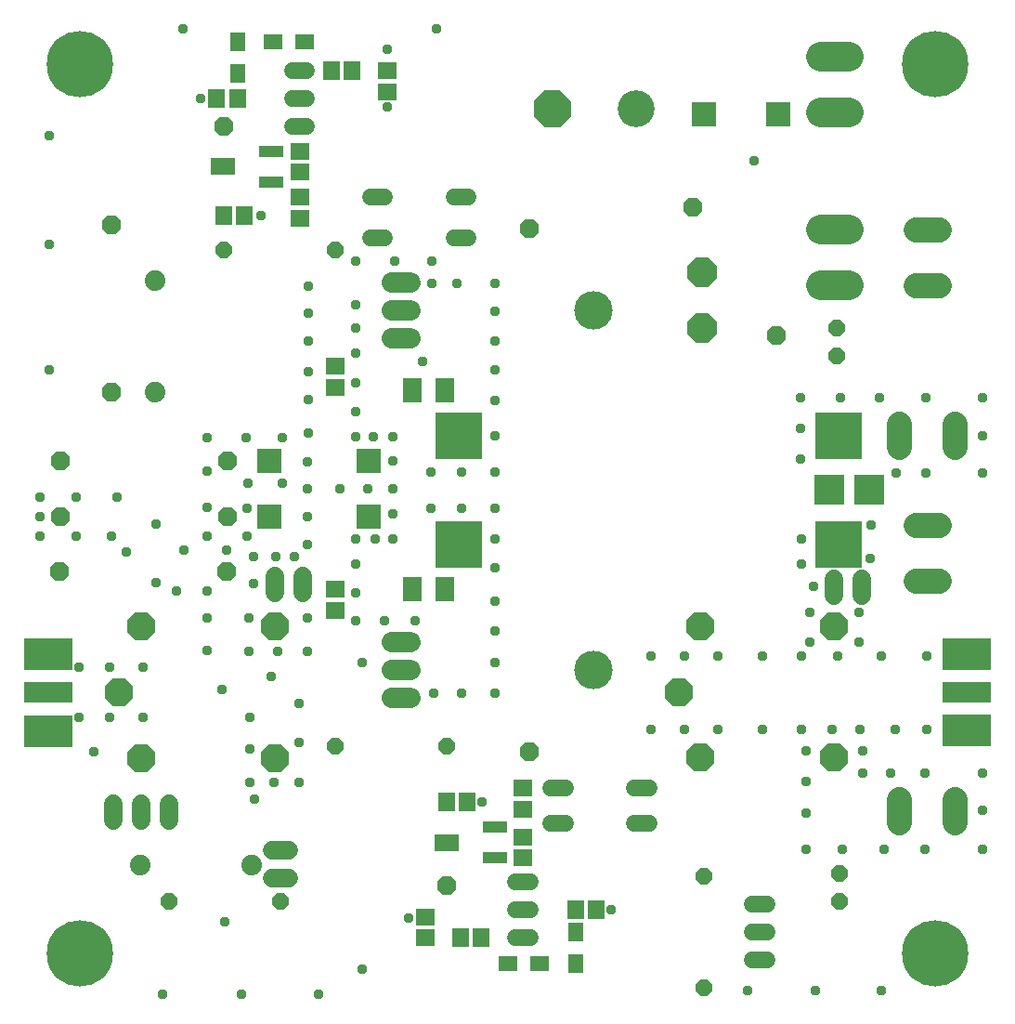
<source format=gbr>
G04 EAGLE Gerber RS-274X export*
G75*
%MOMM*%
%FSLAX34Y34*%
%LPD*%
%INSoldermask Top*%
%IPPOS*%
%AMOC8*
5,1,8,0,0,1.08239X$1,22.5*%
G01*
%ADD10R,1.703200X1.503200*%
%ADD11P,3.629037X8X202.500000*%
%ADD12C,3.352800*%
%ADD13R,1.503200X1.703200*%
%ADD14C,1.524000*%
%ADD15P,1.649562X8X292.500000*%
%ADD16P,1.649562X8X112.500000*%
%ADD17C,1.879600*%
%ADD18C,2.743200*%
%ADD19C,6.045200*%
%ADD20C,1.879600*%
%ADD21C,3.505200*%
%ADD22R,2.203200X1.103200*%
%ADD23R,2.203200X1.503200*%
%ADD24P,1.649562X8X202.500000*%
%ADD25P,1.649562X8X22.500000*%
%ADD26P,1.869504X8X22.500000*%
%ADD27P,1.869504X8X202.500000*%
%ADD28R,2.203200X2.203200*%
%ADD29R,4.203200X4.203200*%
%ADD30R,2.703200X2.703200*%
%ADD31R,4.394200X1.981200*%
%ADD32R,4.394200X2.870200*%
%ADD33C,2.298700*%
%ADD34R,1.703200X2.203200*%
%ADD35C,1.727200*%
%ADD36P,2.969212X8X292.500000*%
%ADD37R,1.703200X1.403200*%
%ADD38R,1.403200X1.703200*%
%ADD39P,2.817678X8X202.500000*%
%ADD40P,2.817678X8X22.500000*%
%ADD41P,1.869504X8X112.500000*%
%ADD42C,0.959600*%
%ADD43C,2.203200*%


D10*
X365125Y83160D03*
X365125Y64160D03*
D11*
X480695Y819785D03*
D12*
X556895Y819785D03*
D10*
X282575Y584810D03*
X282575Y565810D03*
X282575Y362610D03*
X282575Y381610D03*
D13*
X200000Y721995D03*
X181000Y721995D03*
X403200Y187960D03*
X384200Y187960D03*
D14*
X327914Y702310D02*
X314706Y702310D01*
X390906Y702310D02*
X404114Y702310D01*
D15*
X742315Y123190D03*
X742315Y97790D03*
D16*
X739775Y594360D03*
X739775Y619760D03*
D14*
X404114Y739140D02*
X390906Y739140D01*
X327914Y739140D02*
X314706Y739140D01*
X555371Y200660D02*
X568579Y200660D01*
X492379Y200660D02*
X479171Y200660D01*
X479171Y168910D02*
X492379Y168910D01*
X555371Y168910D02*
X568579Y168910D01*
D17*
X104775Y130810D03*
X206375Y130810D03*
D18*
X725805Y659130D02*
X751205Y659130D01*
X751205Y867410D02*
X725805Y867410D01*
X725805Y816610D02*
X751205Y816610D01*
X751205Y709930D02*
X725805Y709930D01*
D19*
X830000Y860000D03*
X830000Y50000D03*
X50000Y50000D03*
X50000Y860000D03*
D20*
X334518Y661035D02*
X351282Y661035D01*
X351282Y635635D02*
X334518Y635635D01*
X334518Y610235D02*
X351282Y610235D01*
D21*
X518160Y635635D03*
D20*
X351282Y334010D02*
X334518Y334010D01*
X334518Y308610D02*
X351282Y308610D01*
X351282Y283210D02*
X334518Y283210D01*
D21*
X518160Y308610D03*
D14*
X256794Y803275D02*
X243586Y803275D01*
X243586Y854075D02*
X256794Y854075D01*
X256794Y828675D02*
X243586Y828675D01*
X447421Y114935D02*
X460629Y114935D01*
X460629Y64135D02*
X447421Y64135D01*
X447421Y89535D02*
X460629Y89535D01*
D22*
X224565Y753080D03*
D23*
X180565Y767080D03*
D22*
X224565Y781080D03*
D10*
X454025Y200635D03*
X454025Y181635D03*
D22*
X428083Y137130D03*
D23*
X384083Y151130D03*
D22*
X428083Y165130D03*
D13*
X174650Y828675D03*
X193650Y828675D03*
D24*
X282575Y690880D03*
X180975Y690880D03*
D25*
X282575Y238760D03*
X384175Y238760D03*
D26*
X31747Y499110D03*
X184147Y499110D03*
D25*
X130810Y97155D03*
X232410Y97155D03*
D15*
X619125Y120015D03*
X619125Y18415D03*
D13*
X279425Y854075D03*
X298425Y854075D03*
D10*
X250190Y720115D03*
X250190Y739115D03*
D27*
X184150Y447675D03*
X31750Y447675D03*
D26*
X31684Y398203D03*
X184084Y398203D03*
D10*
X250190Y762025D03*
X250190Y781025D03*
X454025Y156185D03*
X454025Y137185D03*
D13*
X415900Y64135D03*
X396900Y64135D03*
D28*
X618610Y814705D03*
X686910Y814705D03*
D14*
X676529Y44450D02*
X663321Y44450D01*
X663321Y95250D02*
X676529Y95250D01*
X676529Y69850D02*
X663321Y69850D01*
D28*
X222250Y499110D03*
X222250Y448310D03*
X313050Y499110D03*
X313050Y448310D03*
D29*
X395325Y521885D03*
X741325Y521885D03*
X741325Y422885D03*
X395325Y422885D03*
D30*
X733425Y472385D03*
X769265Y472385D03*
D31*
X21154Y287658D03*
D32*
X21154Y322604D03*
X21154Y252712D03*
D31*
X858846Y287973D03*
D32*
X858846Y253027D03*
X858846Y322919D03*
D33*
X832803Y709295D02*
X811848Y709295D01*
X811848Y658495D02*
X832803Y658495D01*
X832803Y440055D02*
X811848Y440055D01*
X811848Y389255D02*
X832803Y389255D01*
X796925Y511500D02*
X796925Y532455D01*
X847725Y532455D02*
X847725Y511500D01*
X796608Y190183D02*
X796608Y169228D01*
X847408Y169228D02*
X847408Y190183D01*
D34*
X382916Y562707D03*
X352916Y562707D03*
X352665Y381635D03*
X382665Y381635D03*
D26*
X459740Y233680D03*
X459740Y710565D03*
D35*
X130810Y186055D02*
X130810Y170815D01*
X105410Y170815D02*
X105410Y186055D01*
X80010Y186055D02*
X80010Y170815D01*
D10*
X330200Y835050D03*
X330200Y854050D03*
D13*
X520675Y89535D03*
X501675Y89535D03*
D35*
X240030Y144145D02*
X224790Y144145D01*
X224790Y118745D02*
X240030Y118745D01*
D17*
X118110Y561340D03*
X118110Y662940D03*
D36*
X617220Y670560D03*
X617220Y619760D03*
D37*
X226165Y880428D03*
X255165Y880428D03*
D38*
X193675Y851640D03*
X193675Y880640D03*
D37*
X469160Y40640D03*
X440160Y40640D03*
D38*
X501968Y69428D03*
X501968Y40428D03*
D39*
X105438Y227685D03*
X105438Y347685D03*
D40*
X85438Y287685D03*
X227438Y227685D03*
X227438Y347685D03*
D39*
X615660Y228320D03*
X615660Y348320D03*
D40*
X595660Y288320D03*
X737660Y228320D03*
X737660Y348320D03*
D35*
X737553Y375920D02*
X737553Y391160D01*
X762953Y391160D02*
X762953Y375920D01*
X227330Y378460D02*
X227330Y393700D01*
X252730Y393700D02*
X252730Y378460D01*
D26*
X608330Y730250D03*
X684530Y613410D03*
X180975Y803275D03*
X384175Y111443D03*
D41*
X78740Y561340D03*
X78740Y713740D03*
D42*
X208915Y190500D03*
X771525Y440690D03*
X706755Y556260D03*
X743585Y556260D03*
X779145Y556260D03*
X821055Y556260D03*
X794385Y487680D03*
X706755Y500380D03*
X706755Y528320D03*
X708025Y321310D03*
X741045Y321310D03*
X780415Y321310D03*
X822325Y321310D03*
X707390Y427990D03*
X707390Y405130D03*
X672465Y321310D03*
X570865Y321310D03*
X631825Y321310D03*
X570865Y254000D03*
X601345Y321310D03*
X842645Y313690D03*
X859155Y313690D03*
X874395Y313690D03*
X842645Y261620D03*
X859155Y261620D03*
X874395Y261620D03*
X37465Y313690D03*
X20955Y313690D03*
X5715Y313690D03*
X37465Y261620D03*
X20955Y261620D03*
X5715Y261620D03*
X48895Y311150D03*
X76835Y311150D03*
X107315Y311150D03*
X107315Y265430D03*
X76835Y265430D03*
X48895Y265430D03*
X761365Y253683D03*
X601345Y254000D03*
X631825Y254000D03*
X672465Y254000D03*
X708025Y254000D03*
X793115Y253683D03*
X822325Y253683D03*
X735330Y253683D03*
X257175Y325120D03*
X257175Y355600D03*
X257175Y422910D03*
X202883Y478155D03*
X257810Y554990D03*
X257810Y524510D03*
X335280Y450850D03*
X335280Y473710D03*
X312420Y473710D03*
X300990Y427990D03*
X335280Y427990D03*
X287020Y473710D03*
X257175Y473710D03*
X257175Y448310D03*
X300990Y405130D03*
X300990Y353060D03*
X327660Y353060D03*
X355600Y353060D03*
X307340Y314960D03*
X300990Y378460D03*
X257175Y497840D03*
X257810Y580390D03*
X257810Y608330D03*
X257810Y633730D03*
X257810Y657860D03*
X335280Y499110D03*
X335280Y520700D03*
X300990Y520700D03*
X317500Y520700D03*
X300990Y543560D03*
X300990Y570230D03*
X300990Y596900D03*
X300990Y619760D03*
X300990Y641350D03*
X318770Y427990D03*
X300990Y680720D03*
X370840Y660400D03*
X370840Y680720D03*
X336550Y680720D03*
X369570Y488950D03*
X397510Y488950D03*
X427990Y488950D03*
X393700Y660400D03*
X427990Y635000D03*
X427990Y660400D03*
X427990Y581660D03*
X427990Y521970D03*
X427990Y553720D03*
X427990Y608330D03*
X427990Y455930D03*
X397510Y455930D03*
X369570Y455930D03*
X427990Y427990D03*
X427990Y401320D03*
X427990Y370840D03*
X427990Y344170D03*
X427990Y314960D03*
X372110Y287020D03*
X397510Y287020D03*
X427990Y287020D03*
X361950Y589280D03*
X125095Y12700D03*
X197485Y12700D03*
X267335Y12700D03*
X658495Y16510D03*
X720725Y16510D03*
X780415Y16510D03*
X181928Y78423D03*
X160020Y828675D03*
X330200Y821690D03*
X534035Y89535D03*
X416560Y187960D03*
X349885Y82550D03*
X22225Y795020D03*
X22225Y695960D03*
X22225Y581660D03*
X770255Y410210D03*
X230188Y325120D03*
X204153Y355600D03*
X204153Y325120D03*
X207963Y387350D03*
X228283Y411798D03*
X245745Y411798D03*
X226695Y205423D03*
X205105Y205423D03*
X249555Y205423D03*
X249555Y242253D03*
X249555Y277813D03*
X224155Y301943D03*
X205105Y235903D03*
X205105Y265113D03*
X165735Y326073D03*
X179705Y290513D03*
X166053Y380365D03*
X166053Y355600D03*
X183833Y417195D03*
X166053Y456565D03*
X234633Y478155D03*
X201930Y455930D03*
X166053Y429895D03*
X201930Y429895D03*
X207963Y411798D03*
X166053Y489268D03*
X166053Y519748D03*
X201613Y519748D03*
X234633Y519748D03*
X78423Y429895D03*
X13653Y429895D03*
X46673Y429895D03*
X13653Y465455D03*
X13653Y447675D03*
X46673Y465455D03*
X83503Y465455D03*
X144463Y417195D03*
X119063Y441325D03*
X119063Y387985D03*
X92393Y415925D03*
X715010Y360680D03*
X715010Y334010D03*
X719138Y384810D03*
X760413Y360680D03*
X760413Y334010D03*
X741680Y435610D03*
X741680Y408940D03*
X763270Y214313D03*
X763270Y234633D03*
X711835Y234633D03*
X711835Y144463D03*
X711835Y177483D03*
X711835Y206693D03*
X788670Y214313D03*
X820420Y214313D03*
X744855Y144463D03*
X782955Y144463D03*
X873125Y556260D03*
X873125Y521970D03*
X821055Y487680D03*
X872490Y214313D03*
X872490Y144463D03*
X820420Y144463D03*
X664210Y772160D03*
X138113Y380365D03*
X143510Y892175D03*
X214630Y721995D03*
X374650Y892175D03*
X873125Y487680D03*
X872490Y180023D03*
D43*
X618610Y814705D03*
D42*
X307340Y35560D03*
D43*
X686910Y814705D03*
D42*
X62230Y233680D03*
X330200Y873760D03*
M02*

</source>
